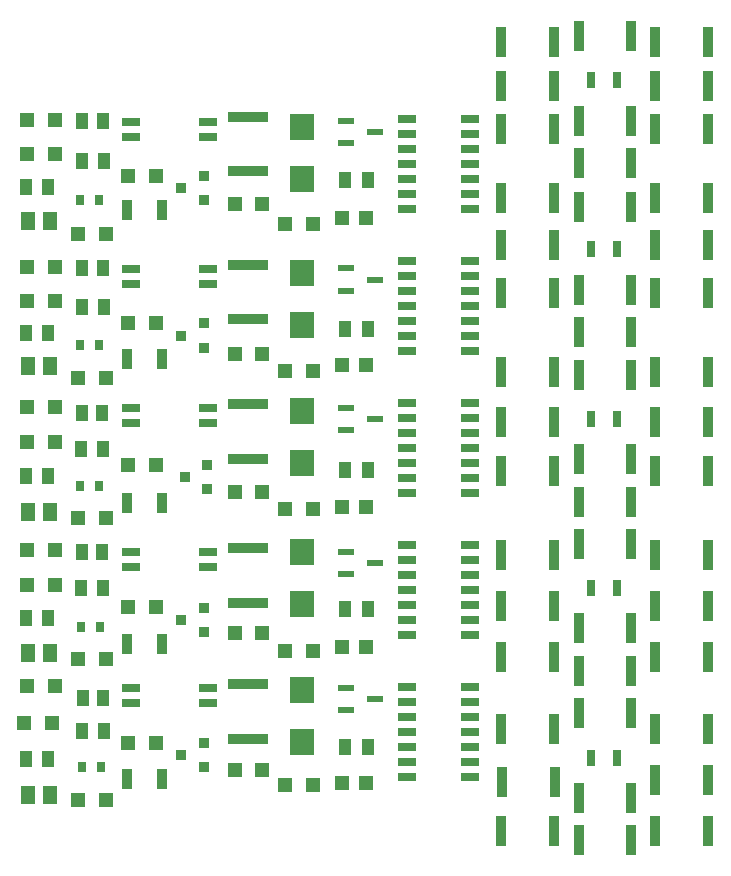
<source format=gtp>
G04*
G04 #@! TF.GenerationSoftware,Altium Limited,Altium Designer,22.1.2 (22)*
G04*
G04 Layer_Color=8421504*
%FSLAX25Y25*%
%MOIN*%
G70*
G04*
G04 #@! TF.SameCoordinates,1384077E-11D3-43F0-9A77-4EE49B0B0899*
G04*
G04*
G04 #@! TF.FilePolarity,Positive*
G04*
G01*
G75*
%ADD15R,0.03772X0.10072*%
%ADD16R,0.02953X0.05709*%
%ADD17R,0.04331X0.05433*%
%ADD18R,0.04528X0.04528*%
%ADD19R,0.04724X0.04724*%
%ADD20R,0.13504X0.03347*%
%ADD21R,0.06102X0.02559*%
%ADD22R,0.03150X0.03740*%
%ADD23R,0.03937X0.05709*%
%ADD24R,0.05906X0.02559*%
%ADD25R,0.08465X0.08661*%
%ADD26R,0.05200X0.02200*%
%ADD27R,0.03500X0.03200*%
%ADD28R,0.03819X0.06811*%
%ADD29R,0.05118X0.05906*%
D15*
X318232Y213000D02*
D03*
X335768D02*
D03*
X361268Y404500D02*
D03*
X343732D02*
D03*
X317965Y376000D02*
D03*
X335500D02*
D03*
X317965Y430500D02*
D03*
X335500D02*
D03*
X317965Y230500D02*
D03*
X335500D02*
D03*
X317965Y254500D02*
D03*
X335500D02*
D03*
Y271500D02*
D03*
X317965D02*
D03*
Y288500D02*
D03*
X335500D02*
D03*
X317965Y316500D02*
D03*
X335500D02*
D03*
Y333000D02*
D03*
X317965D02*
D03*
Y349500D02*
D03*
X335500D02*
D03*
Y391750D02*
D03*
X317965D02*
D03*
Y407500D02*
D03*
X335500D02*
D03*
Y445000D02*
D03*
X317965D02*
D03*
Y459500D02*
D03*
X335500D02*
D03*
X343732Y348658D02*
D03*
X361268D02*
D03*
X369232Y430500D02*
D03*
X386768D02*
D03*
Y445000D02*
D03*
X369232D02*
D03*
X386768Y459500D02*
D03*
X369232D02*
D03*
X343732Y419184D02*
D03*
X361268D02*
D03*
X317965Y196500D02*
D03*
X335500D02*
D03*
X343732Y362763D02*
D03*
X361268D02*
D03*
X343732Y306342D02*
D03*
X361268D02*
D03*
X343732Y249921D02*
D03*
X361268D02*
D03*
X343732Y193500D02*
D03*
X361268D02*
D03*
Y433289D02*
D03*
X343732D02*
D03*
X361268Y376868D02*
D03*
X343732D02*
D03*
X361268Y320447D02*
D03*
X343732D02*
D03*
X361268Y264026D02*
D03*
X343732D02*
D03*
X361268Y207605D02*
D03*
X343732D02*
D03*
Y461500D02*
D03*
X361268D02*
D03*
X343732Y292237D02*
D03*
X361268D02*
D03*
X343732Y235816D02*
D03*
X361268D02*
D03*
X369232Y376000D02*
D03*
X386768D02*
D03*
X369232Y316500D02*
D03*
X386768D02*
D03*
X369232Y254500D02*
D03*
X386768D02*
D03*
X369232Y196500D02*
D03*
X386768D02*
D03*
Y391750D02*
D03*
X369232D02*
D03*
X386768Y333000D02*
D03*
X369232D02*
D03*
X386768Y271500D02*
D03*
X369232D02*
D03*
X386768Y213500D02*
D03*
X369232D02*
D03*
X386768Y407500D02*
D03*
X369232D02*
D03*
X386768Y349500D02*
D03*
X369232D02*
D03*
X386768Y288500D02*
D03*
X369232D02*
D03*
X386768Y230500D02*
D03*
X369232D02*
D03*
D16*
X347669Y390500D02*
D03*
X356331D02*
D03*
Y447000D02*
D03*
X347669D02*
D03*
X356331Y334000D02*
D03*
X347669D02*
D03*
X356331Y277500D02*
D03*
X347669D02*
D03*
X356331Y221000D02*
D03*
X347669D02*
D03*
D17*
X184898Y336000D02*
D03*
X178102D02*
D03*
Y289500D02*
D03*
X184898D02*
D03*
X178500Y241000D02*
D03*
X185295D02*
D03*
X178205Y384199D02*
D03*
X185000D02*
D03*
X178205Y433199D02*
D03*
X185000D02*
D03*
D18*
X176874Y207000D02*
D03*
X186126D02*
D03*
X176874Y254000D02*
D03*
X186126D02*
D03*
X176874Y300726D02*
D03*
X186126D02*
D03*
X176874Y347500D02*
D03*
X186126D02*
D03*
X176874Y395500D02*
D03*
X186126D02*
D03*
X229012Y309500D02*
D03*
X238264D02*
D03*
X229012Y355500D02*
D03*
X238264D02*
D03*
X229012Y405500D02*
D03*
X238264D02*
D03*
X229012Y262500D02*
D03*
X238264D02*
D03*
X229012Y217000D02*
D03*
X238264D02*
D03*
X193528Y365757D02*
D03*
X202780D02*
D03*
X255176Y399000D02*
D03*
X245924D02*
D03*
X159724Y433500D02*
D03*
X168976D02*
D03*
X159724Y244685D02*
D03*
Y290028D02*
D03*
Y338000D02*
D03*
Y384500D02*
D03*
X245924Y350000D02*
D03*
X255176D02*
D03*
X245924Y304000D02*
D03*
X255176D02*
D03*
X245924Y256500D02*
D03*
X255176D02*
D03*
X245924Y212000D02*
D03*
X255176D02*
D03*
X159724Y422154D02*
D03*
X168976D02*
D03*
X158874Y232500D02*
D03*
X168126D02*
D03*
X202780Y225849D02*
D03*
X193528D02*
D03*
X159724Y373321D02*
D03*
X168976D02*
D03*
X159724Y326154D02*
D03*
X168976D02*
D03*
X202780Y318507D02*
D03*
X193528D02*
D03*
X202780Y415007D02*
D03*
X193528D02*
D03*
X168976Y384500D02*
D03*
Y244685D02*
D03*
Y290028D02*
D03*
Y338000D02*
D03*
X159724Y278506D02*
D03*
X168976D02*
D03*
X202780Y271021D02*
D03*
X193528D02*
D03*
D19*
X264783Y401000D02*
D03*
X272657D02*
D03*
X264783Y352000D02*
D03*
X272657D02*
D03*
X264783Y304500D02*
D03*
X272657D02*
D03*
X264783Y258000D02*
D03*
X272657D02*
D03*
X264783Y212500D02*
D03*
X272657D02*
D03*
D20*
X233500Y290770D02*
D03*
Y272659D02*
D03*
Y338742D02*
D03*
Y320632D02*
D03*
Y385242D02*
D03*
Y367132D02*
D03*
Y434500D02*
D03*
Y416390D02*
D03*
Y245427D02*
D03*
Y227317D02*
D03*
D21*
X220004Y384002D02*
D03*
Y379002D02*
D03*
X194413D02*
D03*
Y384002D02*
D03*
Y244187D02*
D03*
Y239187D02*
D03*
X220004D02*
D03*
Y244187D02*
D03*
X194413Y337502D02*
D03*
Y332502D02*
D03*
X220004D02*
D03*
Y337502D02*
D03*
X194413Y433002D02*
D03*
Y428002D02*
D03*
X220004D02*
D03*
Y433002D02*
D03*
X194413Y289529D02*
D03*
Y284529D02*
D03*
X220004D02*
D03*
Y289529D02*
D03*
D22*
X177614Y311500D02*
D03*
X183913D02*
D03*
X177850Y264500D02*
D03*
X184150D02*
D03*
X178248Y218000D02*
D03*
X184547D02*
D03*
X183913Y407000D02*
D03*
X177614D02*
D03*
Y358500D02*
D03*
X183913D02*
D03*
D23*
X178158Y230000D02*
D03*
X185638D02*
D03*
X177760Y277500D02*
D03*
X185240D02*
D03*
X178008Y371172D02*
D03*
X185488D02*
D03*
X177760Y324000D02*
D03*
X185240D02*
D03*
X185488Y419922D02*
D03*
X178008D02*
D03*
X273444Y224500D02*
D03*
X265964D02*
D03*
X159429Y220642D02*
D03*
X166909D02*
D03*
X159429Y411247D02*
D03*
X166909D02*
D03*
X159429Y362581D02*
D03*
X166909D02*
D03*
X273444Y364000D02*
D03*
X265964D02*
D03*
X273444Y413500D02*
D03*
X265964D02*
D03*
X273444Y317000D02*
D03*
X265964D02*
D03*
X273444Y270500D02*
D03*
X265964D02*
D03*
X159429Y267423D02*
D03*
X166909D02*
D03*
X159429Y314747D02*
D03*
X166909D02*
D03*
D24*
X286370Y434000D02*
D03*
Y429000D02*
D03*
Y424000D02*
D03*
Y419000D02*
D03*
Y414000D02*
D03*
Y409000D02*
D03*
Y404000D02*
D03*
X307630D02*
D03*
Y409000D02*
D03*
Y419000D02*
D03*
Y424000D02*
D03*
Y429000D02*
D03*
Y434000D02*
D03*
Y414000D02*
D03*
Y224345D02*
D03*
Y271758D02*
D03*
Y319172D02*
D03*
Y366586D02*
D03*
Y386586D02*
D03*
Y381586D02*
D03*
Y376586D02*
D03*
Y371586D02*
D03*
Y361586D02*
D03*
Y356586D02*
D03*
X286370D02*
D03*
Y361586D02*
D03*
Y366586D02*
D03*
Y371586D02*
D03*
Y376586D02*
D03*
Y381586D02*
D03*
Y386586D02*
D03*
Y244345D02*
D03*
Y239345D02*
D03*
Y234345D02*
D03*
Y229345D02*
D03*
Y224345D02*
D03*
Y219345D02*
D03*
Y214345D02*
D03*
X307630D02*
D03*
Y219345D02*
D03*
Y229345D02*
D03*
Y234345D02*
D03*
Y239345D02*
D03*
Y244345D02*
D03*
X286370Y291758D02*
D03*
Y286758D02*
D03*
Y281758D02*
D03*
Y276758D02*
D03*
Y271758D02*
D03*
Y266758D02*
D03*
Y261758D02*
D03*
X307630D02*
D03*
Y266758D02*
D03*
Y276758D02*
D03*
Y281758D02*
D03*
Y286758D02*
D03*
Y291758D02*
D03*
X286370Y339172D02*
D03*
Y334172D02*
D03*
Y329172D02*
D03*
Y324172D02*
D03*
Y319172D02*
D03*
Y314172D02*
D03*
Y309172D02*
D03*
X307630D02*
D03*
Y314172D02*
D03*
Y324172D02*
D03*
Y329172D02*
D03*
Y334172D02*
D03*
Y339172D02*
D03*
D25*
X251500Y413839D02*
D03*
Y431161D02*
D03*
Y365139D02*
D03*
Y382461D02*
D03*
Y319339D02*
D03*
Y336661D02*
D03*
Y272339D02*
D03*
Y289661D02*
D03*
Y226339D02*
D03*
Y243661D02*
D03*
D26*
X266300Y433250D02*
D03*
Y425750D02*
D03*
X275700Y429500D02*
D03*
Y240496D02*
D03*
X266300Y236746D02*
D03*
Y244246D02*
D03*
X275700Y333811D02*
D03*
X266300Y330061D02*
D03*
Y337561D02*
D03*
X275700Y380311D02*
D03*
X266300Y376561D02*
D03*
Y384061D02*
D03*
X275700Y285838D02*
D03*
X266300Y282088D02*
D03*
Y289588D02*
D03*
D27*
X211279Y410913D02*
D03*
X218720Y414949D02*
D03*
Y406878D02*
D03*
X211279Y221756D02*
D03*
X218720Y225791D02*
D03*
Y217721D02*
D03*
X211279Y266927D02*
D03*
X218720Y270963D02*
D03*
Y262892D02*
D03*
X212500Y314413D02*
D03*
X219941Y318449D02*
D03*
Y310378D02*
D03*
X211279Y361663D02*
D03*
X218720Y365699D02*
D03*
Y357628D02*
D03*
D28*
X204827Y214000D02*
D03*
X193173D02*
D03*
X204827Y259000D02*
D03*
X193173D02*
D03*
X204827Y354000D02*
D03*
X193173D02*
D03*
X204827Y403500D02*
D03*
X193173D02*
D03*
X204827Y306000D02*
D03*
X193173D02*
D03*
D29*
X167500Y400000D02*
D03*
X160020D02*
D03*
X167500Y351500D02*
D03*
X160020D02*
D03*
X167500Y208500D02*
D03*
X160020D02*
D03*
X167500Y256000D02*
D03*
X160020D02*
D03*
X167500Y303000D02*
D03*
X160020D02*
D03*
M02*

</source>
